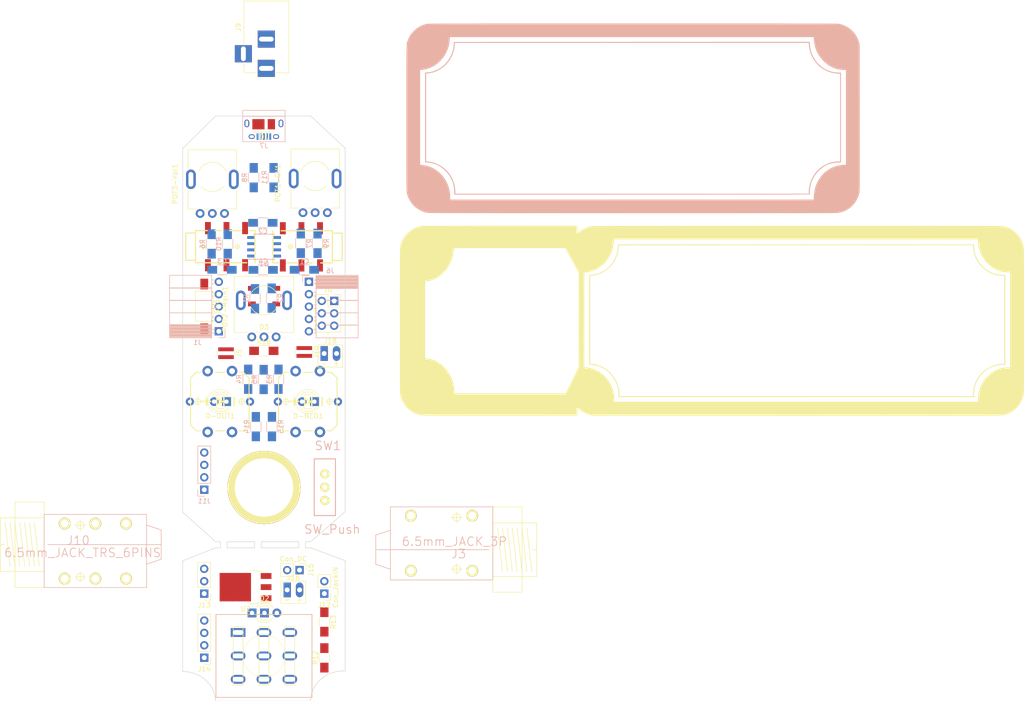
<source format=kicad_pcb>
(kicad_pcb (version 20221018) (generator pcbnew)
  (layers (0 "F.Cu" signal) (31 "B.Cu" signal) (34 "B.Paste" user) (35 "F.Paste" user) (36 "B.SilkS" user "B.Silkscreen") (37 "F.SilkS" user "F.Silkscreen") (38 "B.Mask" user) (39 "F.Mask" user) (44 "Edge.Cuts" user))
  (net 0 "")
  (net 1 "VCC")
  (net 2 "GND")
  (net 3 "CV_OUT")
  (net 4 "CV_IN")
  (net 5 "Sound_OUT")
  (net 6 "Sync_OUT")
  (net 7 "Net-(J5-Pad1)")
  (net 8 "Net-(D1-Pad1)")
  (net 9 "Net-(SW5-Pad3)")
  (net 10 "Net-(D-NEO1-Pad2)")
  (net 11 "Net-(D-OUT1-Pad2)")
  (net 12 "Net-(R12-Pad1)")
  (net 13 "Net-(R13-Pad1)")
  (net 14 "PB3")
  (net 15 "Sound_IN")
  (net 16 "PB0")
  (net 17 "AudioProg")
  (net 18 "But-L")
  (net 19 "But-R")
  (net 20 "PB4/A2")
  (net 21 "PB2/A1")
  (net 22 "PB1")
  (net 23 "Jack_IN")
  (net 24 "Stomp_to_PCB")
  (net 25 "Stomp_from_PCB")
  (net 26 "DC_in")
  (net 27 "Jack_OUT")
  (net 28 "Jack_Ring")
  (net 29 "+3V3")
  (net 30 "Net-(D3-Pad4)")
  (net 31 "Net-(POT1-CV1-Pad2)")
  (net 32 "Net-(POT2-Main1-Pad2)")
  (net 33 "Net-(POT2-Main1-Pad1)")
  (net 34 "Net-(D2-Pad2)")
  (footprint "8BitMixtapes_all:AUDIO-JACK-TRS-SMD" (layer "F.Cu") (at 86.233 65.532 180)
    (fp_text reference "J2")
    (fp_text value "JACK_TRS_6PINS")
    (pad "1" smd rect (at 2.54 -3.81 180) (size 1.19888 2.49936) (layers "F.Cu" "F.Paste" "F.Mask") (net 2 "GND"))
    (pad "2" smd rect (at 10.16 -3.81 180) (size 1.19888 2.49936) (layers "F.Cu" "F.Paste" "F.Mask") (net 4 "CV_IN"))
    (pad "3" smd rect (at 6.35 -3.81 180) (size 1.19888 2.49936) (layers "F.Cu" "F.Paste" "F.Mask") (net 17 "AudioProg"))
    (pad "R" smd rect (at 6.35 3.81 180) (size 1.19888 2.49936) (layers "F.Cu" "F.Paste" "F.Mask"))
    (pad "S" smd rect (at 2.54 3.81 180) (size 1.19888 2.49936) (layers "F.Cu" "F.Paste" "F.Mask"))
    (pad "T" smd rect (at 10.16 3.81 180) (size 1.19888 2.49936) (layers "F.Cu" "F.Paste" "F.Mask"))
  )
  (footprint "8BitMixtapes_all:AUDIO-JACK-TRS-SMD" (layer "F.Cu") (at 58.166 65.4987)
    (fp_text reference "J4")
    (fp_text value "JACK_TRS_6PINS")
    (pad "1" smd rect (at 2.54 -3.81) (size 1.19888 2.49936) (layers "F.Cu" "F.Paste" "F.Mask") (net 2 "GND"))
    (pad "2" smd rect (at 10.16 -3.81) (size 1.19888 2.49936) (layers "F.Cu" "F.Paste" "F.Mask") (net 5 "Sound_OUT"))
    (pad "3" smd rect (at 6.35 -3.81) (size 1.19888 2.49936) (layers "F.Cu" "F.Paste" "F.Mask") (net 6 "Sync_OUT"))
    (pad "R" smd rect (at 6.35 3.81) (size 1.19888 2.49936) (layers "F.Cu" "F.Paste" "F.Mask"))
    (pad "S" smd rect (at 2.54 3.81) (size 1.19888 2.49936) (layers "F.Cu" "F.Paste" "F.Mask"))
    (pad "T" smd rect (at 10.16 3.81) (size 1.19888 2.49936) (layers "F.Cu" "F.Paste" "F.Mask"))
  )
  (footprint "8BitMixtape_Stomp:CaseDim" (layer "F.Cu") (at 101.346 58.674)
    (fp_text reference "J20" hide)
    (fp_text value "BoardDimension" hide)
  )
  (footprint "8BitMixtape_Stomp:StompCase_Full" (layer "F.Cu") (at 164.338 35.814)
    (fp_text reference "J21" hide)
    (fp_text value "FullDimension" hide)
  )
  (footprint "Resistors_SMD:R_1206_HandSoldering" (layer "F.Cu") (at 84.582 149.828 90)
    (fp_text reference "R12" (at 0 -1.85 90) (layer "F.SilkS"))
    (fp_text value "4.7K")
    (pad "1" smd rect (at -2 0 90) (size 2 1.7) (layers "F.Cu" "F.Paste" "F.Mask") (net 12 "Net-(R12-Pad1)"))
    (pad "2" smd rect (at 2 0 90) (size 2 1.7) (layers "F.Cu" "F.Paste" "F.Mask") (net 2 "GND"))
  )
  (footprint "Resistors_SMD:R_1206_HandSoldering" (layer "F.Cu") (at 84.582 142.462 -90)
    (fp_text reference "R13" (at 0 -1.85 270) (layer "F.SilkS"))
    (fp_text value "330")
    (pad "1" smd rect (at -2 0 270) (size 2 1.7) (layers "F.Cu" "F.Paste" "F.Mask") (net 13 "Net-(R13-Pad1)"))
    (pad "2" smd rect (at 2 0 270) (size 2 1.7) (layers "F.Cu" "F.Paste" "F.Mask") (net 2 "GND"))
  )
  (footprint "8BitMixtapes_all:STOMP-SWITCH-3PDT" (layer "F.Cu") (at 72.19696 149.4282)
    (fp_text reference "SW5")
    (fp_text value "SW_3PDT")
    (pad "1" thru_hole rect (at -5.29844 -4.79806 90) (size 1.8 3) (drill oval 1 2.2) (layers "*.Cu" "*.Mask") (net 24 "Stomp_to_PCB"))
    (pad "2" thru_hole oval (at -5.29844 0 90) (size 1.8 3) (drill oval 1 2.2) (layers "*.Cu" "*.Mask") (net 23 "Jack_IN"))
    (pad "3" thru_hole oval (at -5.29844 4.79806 90) (size 1.8 3) (drill oval 1 2.2) (layers "*.Cu" "*.Mask") (net 9 "Net-(SW5-Pad3)"))
    (pad "4" thru_hole oval (at 0 -4.79806 90) (size 1.8 3) (drill oval 1 2.2) (layers "*.Cu" "*.Mask") (net 13 "Net-(R13-Pad1)"))
    (pad "5" thru_hole oval (at 0 0 90) (size 1.8 3) (drill oval 1 2.2) (layers "*.Cu" "*.Mask") (net 34 "Net-(D2-Pad2)"))
    (pad "6" thru_hole oval (at 0 4.79806 90) (size 1.8 3) (drill oval 1 2.2) (layers "*.Cu" "*.Mask") (net 12 "Net-(R12-Pad1)"))
    (pad "7" thru_hole oval (at 5.29844 -4.79806 90) (size 1.8 3) (drill oval 1 2.2) (layers "*.Cu" "*.Mask") (net 25 "Stomp_from_PCB"))
    (pad "8" thru_hole oval (at 5.29844 0 90) (size 1.8 3) (drill oval 1 2.2) (layers "*.Cu" "*.Mask") (net 27 "Jack_OUT"))
    (pad "9" thru_hole oval (at 5.29844 4.79806 90) (size 1.8 3) (drill oval 1 2.2) (layers "*.Cu" "*.Mask") (net 9 "Net-(SW5-Pad3)"))
  )
  (footprint "TO_SOT_Packages_SMD:TO-252-3_TabPin2" (layer "F.Cu") (at 68.4335 135.3175 180)
    (fp_text reference "U2" (at 0 -4.5 180) (layer "F.SilkS"))
    (fp_text value "7805")
    (pad "1" smd rect (at -4.2 -2.28 180) (size 2.2 1.2) (layers "F.Cu" "F.Paste" "F.Mask"))
    (pad "2" smd rect (at -4.2 0 180) (size 2.2 1.2) (layers "F.Cu" "F.Paste" "F.Mask"))
    (pad "2" smd rect (at 0.425 -1.525 180) (size 3.05 2.75) (layers "F.Cu" "F.Paste"))
    (pad "2" smd rect (at 0.425 1.525 180) (size 3.05 2.75) (layers "F.Cu" "F.Paste"))
    (pad "2" smd rect (at 2.1 0 180) (size 6.4 5.8) (layers "F.Cu" "F.Mask"))
    (pad "2" smd rect (at 3.775 -1.525 180) (size 3.05 2.75) (layers "F.Cu" "F.Paste"))
    (pad "2" smd rect (at 3.775 1.525 180) (size 3.05 2.75) (layers "F.Cu" "F.Paste"))
    (pad "3" smd rect (at -4.2 2.28 180) (size 2.2 1.2) (layers "F.Cu" "F.Paste" "F.Mask"))
  )
  (footprint "8BitMixtape_Stomp:Socket_Strip_Straight_1x04_Pitch2.54mm" (layer "F.Cu") (at 59.9567 149.7965 180)
    (fp_text reference "J14" (at 0 -2.33 180) (layer "F.SilkS"))
    (fp_text value "CONN_01X04")
    (pad "1" thru_hole rect (at 0 0 180) (size 1.7 1.7) (drill 1) (layers "*.Cu" "*.Mask") (net 2 "GND"))
    (pad "2" thru_hole oval (at 0 2.54 180) (size 1.7 1.7) (drill 1) (layers "*.Cu" "*.Mask"))
    (pad "3" thru_hole oval (at 0 5.08 180) (size 1.7 1.7) (drill 1) (layers "*.Cu" "*.Mask") (net 24 "Stomp_to_PCB"))
    (pad "4" thru_hole oval (at 0 7.62 180) (size 1.7 1.7) (drill 1) (layers "*.Cu" "*.Mask") (net 25 "Stomp_from_PCB"))
  )
  (footprint "LEDs:LED_PLCC_2835_Handsoldering" (layer "F.Cu") (at 72.39 40.39)
    (fp_text reference "D1" (at -0.18 2.6) (layer "F.SilkS"))
    (fp_text value "LED")
    (pad "1" smd rect (at -1.33 0 180) (size 2.5 2.1) (layers "F.Cu" "F.Paste" "F.Mask") (net 8 "Net-(D1-Pad1)"))
    (pad "2" smd rect (at 1.33 0 180) (size 1.5 2.1) (layers "F.Cu" "F.Paste" "F.Mask") (net 1 "VCC"))
  )
  (footprint "8BitMixtapes_all:Mixtape_Pot_Alps_RK09K_Horizontal" (layer "F.Cu") (at 85.2 58.53 90)
    (fp_text reference "POT1-CV1" (at 6.05 -10.15 90) (layer "F.SilkS"))
    (fp_text value "POT 10K lin")
    (pad "" np_thru_hole oval (at 7 -6.9 90) (size 4 2) (drill oval 3 1) (layers "*.Cu" "*.Mask"))
    (pad "" np_thru_hole oval (at 7 1.9 90) (size 4 2) (drill oval 3 1) (layers "*.Cu" "*.Mask"))
    (pad "1" thru_hole circle (at 0 0 90) (size 1.8 1.8) (drill 1) (layers "*.Cu" "*.Mask") (net 15 "Sound_IN"))
    (pad "2" thru_hole circle (at 0 -2.5 90) (size 1.8 1.8) (drill 1) (layers "*.Cu" "*.Mask") (net 31 "Net-(POT1-CV1-Pad2)"))
    (pad "3" thru_hole circle (at 0 -5 90) (size 1.8 1.8) (drill 1) (layers "*.Cu" "*.Mask") (net 2 "GND"))
  )
  (footprint "8BitMixtape_Stomp:Mixtape_Pot_Alps_RK09L_Sleve_Single_Horizontal" (layer "F.Cu") (at 74.7 84.01 90)
    (fp_text reference "POT2-Main1" (at 5.725 -10.5 90) (layer "F.SilkS"))
    (fp_text value "POT 10K lin Sleeve")
    (pad "" np_thru_hole oval (at 7.5 -7.25 90) (size 4 2) (drill oval 3 1) (layers "*.Cu" "*.Mask"))
    (pad "" np_thru_hole oval (at 7.5 2.25 90) (size 4 2) (drill oval 3 1) (layers "*.Cu" "*.Mask"))
    (pad "1" thru_hole circle (at 0 0 90) (size 1.8 1.8) (drill 1) (layers "*.Cu" "*.Mask") (net 33 "Net-(POT2-Main1-Pad1)"))
    (pad "2" thru_hole circle (at 0 -2.5 90) (size 1.8 1.8) (drill 1) (layers "*.Cu" "*.Mask") (net 32 "Net-(POT2-Main1-Pad2)"))
    (pad "3" thru_hole circle (at 0 -5 90) (size 1.8 1.8) (drill 1) (layers "*.Cu" "*.Mask") (net 2 "GND"))
  )
  (footprint "8BitMixtapes_all:Mixtape_Pot_Alps_RK09K_Horizontal" (layer "F.Cu") (at 64.11 58.69 90)
    (fp_text reference "POT3-Vol1" (at 6.05 -10.15 90) (layer "F.SilkS"))
    (fp_text value "POT 10k")
    (pad "" np_thru_hole oval (at 7 -6.9 90) (size 4 2) (drill oval 3 1) (layers "*.Cu" "*.Mask"))
    (pad "" np_thru_hole oval (at 7 1.9 90) (size 4 2) (drill oval 3 1) (layers "*.Cu" "*.Mask"))
    (pad "1" thru_hole circle (at 0 0 90) (size 1.8 1.8) (drill 1) (layers "*.Cu" "*.Mask") (net 3 "CV_OUT"))
    (pad "2" thru_hole circle (at 0 -2.5 90) (size 1.8 1.8) (drill 1) (layers "*.Cu" "*.Mask") (net 5 "Sound_OUT"))
    (pad "3" thru_hole circle (at 0 -5 90) (size 1.8 1.8) (drill 1) (layers "*.Cu" "*.Mask") (net 2 "GND"))
  )
  (footprint "8BitMixtape_Stomp:Stomp_LED-Ring_DUAL" (layer "F.Cu") (at 69.76 140.61)
    (fp_text reference "D2" (at 2.54 -2.96) (layer "F.SilkS"))
    (fp_text value "LED_Dual_CCA")
    (pad "1" thru_hole rect (at 0 0) (size 1.8 1.8) (drill 0.9) (layers "*.Cu" "*.Mask") (net 22 "PB1"))
    (pad "2" thru_hole rect (at 2.54 0) (size 1.8 1.8) (drill 0.9) (layers "*.Cu" "*.Mask") (net 34 "Net-(D2-Pad2)"))
    (pad "3" thru_hole circle (at 5.08 0) (size 1.8 1.8) (drill 0.9) (layers "*.Cu" "*.Mask") (net 1 "VCC"))
  )
  (footprint "8BitMixtape_Stomp:StompLoch" (layer "F.Cu") (at 72.2122 114.8969)
    (fp_text reference "J17" (at 0 2.54) (layer "F.SilkS"))
    (fp_text value "StompDrillHole")
    (pad "1" thru_hole circle (at 0 0) (size 15 15) (drill 12) (layers "*.Cu" "*.Mask" "F.SilkS"))
  )
  (footprint "8BitMixtape_Stomp:Socket_Strip_Straight_2x03_Pitch2.54mm" (layer "F.Cu") (at 86.6013 76.6318)
    (fp_text reference "J8" (at -1.27 -2.33) (layer "F.SilkS"))
    (fp_text value "CONN_02X03")
    (pad "1" thru_hole rect (at 0 0) (size 1.7 1.7) (drill 1) (layers "*.Cu" "*.Mask"))
    (pad "2" thru_hole oval (at -2.54 0) (size 1.7 1.7) (drill 1) (layers "*.Cu" "*.Mask"))
    (pad "3" thru_hole oval (at 0 2.54) (size 1.7 1.7) (drill 1) (layers "*.Cu" "*.Mask"))
    (pad "4" thru_hole oval (at -2.54 2.54) (size 1.7 1.7) (drill 1) (layers "*.Cu" "*.Mask"))
    (pad "5" thru_hole oval (at 0 5.08) (size 1.7 1.7) (drill 1) (layers "*.Cu" "*.Mask"))
    (pad "6" thru_hole oval (at -2.54 5.08) (size 1.7 1.7) (drill 1) (layers "*.Cu" "*.Mask"))
  )
  (footprint "8BitMixtape_Stomp:Socket_Strip_Straight_1x02_Pitch2.54mm" (layer "F.Cu") (at 84.582 136.652 180)
    (fp_text reference "J12" (at 0 -2.33 180) (layer "F.SilkS"))
    (fp_text value "Con_JackIN" (at -2.286 1.27 270) (layer "F.SilkS"))
    (pad "1" thru_hole rect (at 0 0 180) (size 1.7 1.7) (drill 1) (layers "*.Cu" "*.Mask") (net 2 "GND"))
    (pad "2" thru_hole oval (at 0 2.54 180) (size 1.7 1.7) (drill 1) (layers "*.Cu" "*.Mask") (net 23 "Jack_IN"))
  )
  (footprint "8BitMixtape_Stomp:Socket_Strip_Straight_1x02_Pitch2.54mm" (layer "F.Cu") (at 79.502 131.826 -90)
    (fp_text reference "J15" (at 0 -2.33 270) (layer "F.SilkS"))
    (fp_text value "Con_DC" (at -2.286 1.27) (layer "F.SilkS"))
    (pad "1" thru_hole rect (at 0 0 270) (size 1.7 1.7) (drill 1) (layers "*.Cu" "*.Mask") (net 2 "GND"))
    (pad "2" thru_hole oval (at 0 2.54 270) (size 1.7 1.7) (drill 1) (layers "*.Cu" "*.Mask") (net 26 "DC_in"))
  )
  (footprint "8BitMixtape_Stomp:AUDIO-6.5mm-JACK_Stereo_switched" (layer "F.Cu") (at 27.1272 126.6317)
    (fp_text reference "J10" (at 6.985 -0.889) (layer "B.SilkS") (effects (font (size 1.778 1.778) (thickness 0.1524))))
    (fp_text value "6.5mm_JACK_TRS_6PINS" (at 7.874 1.651) (layer "B.SilkS") (effects (font (size 1.778 1.778) (thickness 0.1524))))
    (pad "1" thru_hole circle (at 4.19862 -4.34848) (size 2.39776 2.39776) (drill 1.59766) (layers "*.Cu" "F.Paste" "F.SilkS" "F.Mask") (net 2 "GND"))
    (pad "2" thru_hole circle (at 16.79956 -4.34848) (size 2.39776 2.39776) (drill 1.59766) (layers "*.Cu" "F.Paste" "F.SilkS" "F.Mask") (net 27 "Jack_OUT"))
    (pad "3" thru_hole circle (at 10.49782 -4.34848) (size 2.39776 2.39776) (drill 1.59766) (layers "*.Cu" "F.Paste" "F.SilkS" "F.Mask") (net 28 "Jack_Ring"))
    (pad "4" thru_hole circle (at 4.19862 6.94944) (size 2.39776 2.39776) (drill 1.59766) (layers "*.Cu" "F.Paste" "F.SilkS" "F.Mask"))
    (pad "5" thru_hole circle (at 16.79956 6.94944) (size 2.39776 2.39776) (drill 1.59766) (layers "*.Cu" "F.Paste" "F.SilkS" "F.Mask"))
    (pad "6" thru_hole circle (at 10.49782 6.94944) (size 2.39776 2.39776) (drill 1.59766) (layers "*.Cu" "F.Paste" "F.SilkS" "F.Mask"))
  )
  (footprint "8BitMixtape_Stomp:AUDIO-6.5mm-JACK_Mono_switched" (layer "F.Cu") (at 119.126 127.6223 180)
    (fp_text reference "J3" (at 6.985 -0.889 180) (layer "B.SilkS") (effects (font (size 1.778 1.778) (thickness 0.1524))))
    (fp_text value "6.5mm_JACK_3P" (at 7.874 1.651 180) (layer "B.SilkS") (effects (font (size 1.778 1.778) (thickness 0.1524))))
    (pad "1" thru_hole circle (at 16.79956 -4.34848 180) (size 2.39776 2.39776) (drill 1.59766) (layers "*.Cu" "F.Paste" "F.SilkS" "F.Mask") (net 23 "Jack_IN"))
    (pad "2" thru_hole circle (at 16.79956 6.94944 180) (size 2.39776 2.39776) (drill 1.59766) (layers "*.Cu" "F.Paste" "F.SilkS" "F.Mask"))
    (pad "3" thru_hole circle (at 4.19862 -4.34848 180) (size 2.39776 2.39776) (drill 1.59766) (layers "*.Cu" "F.Paste" "F.SilkS" "F.Mask") (net 2 "GND"))
    (pad "4" thru_hole circle (at 4.19862 6.94944 180) (size 2.39776 2.39776) (drill 1.59766) (layers "*.Cu" "F.Paste" "F.SilkS" "F.Mask"))
  )
  (footprint "8BitMixtape_Stomp:9V_BARREL_JACK" (layer "F.Cu") (at 72.6821 28.9362 -90)
    (fp_text reference "J9" (at -8.45 5.75 90) (layer "F.SilkS"))
    (fp_text value "BARREL_JACK")
    (pad "1" thru_hole rect (at 0 0 270) (size 3.5 3.5) (drill oval 1 3) (layers "*.Cu" "*.Mask") (net 26 "DC_in"))
    (pad "2" thru_hole rect (at -6 0 270) (size 3.5 3.5) (drill oval 1 3) (layers "*.Cu" "*.Mask") (net 2 "GND"))
    (pad "3" thru_hole rect (at -3 4.7 270) (size 3.5 3.5) (drill oval 3 1) (layers "*.Cu" "*.Mask"))
  )
  (footprint "Socket_Strips:Socket_Strip_Straight_1x03_Pitch2.54mm" (layer "F.Cu") (at 59.944 136.652 180)
    (fp_text reference "J13" (at 0 -2.33 180) (layer "F.SilkS"))
    (fp_text value "Con_JackOUT")
    (pad "1" thru_hole rect (at 0 0 180) (size 1.7 1.7) (drill 1) (layers "*.Cu" "*.Mask") (net 2 "GND"))
    (pad "2" thru_hole oval (at 0 2.54 180) (size 1.7 1.7) (drill 1) (layers "*.Cu" "*.Mask") (net 27 "Jack_OUT"))
    (pad "3" thru_hole oval (at 0 5.08 180) (size 1.7 1.7) (drill 1) (layers "*.Cu" "*.Mask") (net 28 "Jack_Ring"))
  )
  (footprint "8BitMixtape_Stomp:Bat_connector" (layer "F.Cu") (at 76.962 135.89)
    (fp_text reference "J16" (at 1.27 -2.54) (layer "F.SilkS"))
    (fp_text value "Con_BAT")
    (fp_text user "+" (at 2.54 2.032) (layer "F.SilkS"))
    (fp_text user "-" (at 0 2.032) (layer "F.SilkS"))
    (pad "1" thru_hole rect (at 0 0) (size 1.51 3.01) (drill 1) (layers "*.Cu" "*.Mask") (net 28 "Jack_Ring"))
    (pad "2" thru_hole oval (at 2.54 0) (size 1.51 3.01) (drill 1) (layers "*.Cu" "*.Mask") (net 26 "DC_in"))
  )
  (footprint "8BitMixtape_Stomp:Bat_connector" (layer "F.Cu") (at 84.5439 87.4141)
    (fp_text reference "J18" (at 1.27 -2.54) (layer "F.SilkS"))
    (fp_text value "Con_3-5V")
    (fp_text user "-" (at 0 2.032) (layer "F.SilkS"))
    (fp_text user "+" (at 2.54 2.032) (layer "F.SilkS"))
    (pad "1" thru_hole rect (at 0 0) (size 1.51 3.01) (drill 1) (layers "*.Cu" "*.Mask") (net 2 "GND"))
    (pad "2" thru_hole oval (at 2.54 0) (size 1.51 3.01) (drill 1) (layers "*.Cu" "*.Mask") (net 29 "+3V3"))
  )
  (footprint "Resistors_SMD:R_0612" (layer "F.Cu") (at 80.4672 87.0965 -90)
    (fp_text reference "J19" (at 0 -2.7 270) (layer "F.SilkS"))
    (fp_text value "CONN_01X02_MALE")
    (pad "1" smd rect (at -0.8 0 270) (size 0.8 3.2) (layers "F.Cu" "F.Paste" "F.Mask") (net 1 "VCC"))
    (pad "2" smd rect (at 0.8 0 270) (size 0.8 3.2) (layers "F.Cu" "F.Paste" "F.Mask") (net 29 "+3V3"))
  )
  (footprint "SparkFun-Electromechanical:SWITCH-SPDT_KIT" (layer "F.Cu") (at 84.6836 114.8334)
    (fp_text reference "SW1" (at 0.635 -8.509) (layer "B.SilkS") (effects (font (size 1.778 1.778) (thickness 0.1778))))
    (fp_text value "SW_Push" (at 1.524 8.636) (layer "B.SilkS") (effects (font (size 1.778 1.778) (thickness 0.1778))))
    (pad "1" thru_hole circle (at 0 -2.7178) (size 1.8796 1.8796) (drill 1.016) (layers "*.Cu" "F.Paste" "F.SilkS" "F.Mask") (net 29 "+3V3"))
    (pad "2" thru_hole circle (at 0 0) (size 1.8796 1.8796) (drill 1.016) (layers "*.Cu" "F.Paste" "F.SilkS" "F.Mask") (net 1 "VCC"))
    (pad "3" thru_hole circle (at 0 2.7178) (size 1.8796 1.8796) (drill 1.016) (layers "*.Cu" "F.Paste" "F.SilkS" "F.Mask"))
  )
  (footprint "Buttons_Switches_SMD:SW_SPST_FSMSM" (layer "F.Cu") (at 59.9567 77.7494 -90)
    (fp_text reference "SW6" (at 0 -2.6 270) (layer "F.SilkS"))
    (fp_text value "SW_Push")
    (pad "1" smd rect (at -4.59 0 270) (size 2.18 1.6) (layers "F.Cu" "F.Paste" "F.Mask") (net 7 "Net-(J5-Pad1)"))
    (pad "2" smd rect (at 4.59 0 270) (size 2.18 1.6) (layers "F.Cu" "F.Paste" "F.Mask") (net 2 "GND"))
  )
  (footprint "LEDs:LED_D3.0mm" (layer "F.Cu") (at 82.55 97.282 180)
    (fp_text reference "D-NEO1" (at 1.27 -2.96 180) (layer "F.SilkS"))
    (fp_text value "LED")
    (pad "1" thru_hole rect (at 0 0 180) (size 1.8 1.8) (drill 0.9) (layers "*.Cu" "*.Mask") (net 2 "GND"))
    (pad "2" thru_hole circle (at 2.54 0 180) (size 1.8 1.8) (drill 0.9) (layers "*.Cu" "*.Mask") (net 10 "Net-(D-NEO1-Pad2)"))
  )
  (footprint "LEDs:LED_D3.0mm" (layer "F.Cu") (at 64.516 97.282 180)
    (fp_text reference "D-OUT1" (at 1.27 -2.96 180) (layer "F.SilkS"))
    (fp_text value "LED")
    (pad "1" thru_hole rect (at 0 0 180) (size 1.8 1.8) (drill 0.9) (layers "*.Cu" "*.Mask") (net 2 "GND"))
    (pad "2" thru_hole circle (at 2.54 0 180) (size 1.8 1.8) (drill 0.9) (layers "*.Cu" "*.Mask") (net 11 "Net-(D-OUT1-Pad2)"))
  )
  (footprint "Resistors_SMD:R_0612" (layer "F.Cu") (at 64.4144 87.3507 -90)
    (fp_text reference "J5" (at 0 -2.7 270) (layer "F.SilkS"))
    (fp_text value "CONN_01X02_MALE")
    (pad "1" smd rect (at -0.8 0 270) (size 0.8 3.2) (layers "F.Cu" "F.Paste" "F.Mask") (net 7 "Net-(J5-Pad1)"))
    (pad "2" smd rect (at 0.8 0 270) (size 0.8 3.2) (layers "F.Cu" "F.Paste" "F.Mask") (net 6 "Sync_OUT"))
  )
  (footprint "8BitMixtapes_all:TACTILE-PTH-LED-12MM" (layer "F.Cu") (at 81.18348 97.26676 90)
    (fp_text reference "SW2")
    (fp_text value "SW_Push")
    (fp_text user "-" (at -0.00762 2.79908 90) (layer "F.SilkS") (effects (font (size 2.18186 2.18186) (thickness 0.3302))))
    (fp_text user "-" (at 0.04318 0.66548 90) (layer "F.SilkS") (effects (font (size 2.18186 2.18186) (thickness 0.3302))))
    (fp_text user "+" (at 0.04318 -2.87782 90) (layer "F.SilkS") (effects (font (size 2.18186 2.18186) (thickness 0.3302))))
    (pad "1" thru_hole circle (at -6.2484 -2.49936 90) (size 2.159 2.159) (drill 1.19888) (layers "*.Cu" "*.Mask") (net 18 "But-L"))
    (pad "1" thru_hole circle (at 6.2484 -2.49936 90) (size 2.159 2.159) (drill 1.19888) (layers "*.Cu" "*.Mask") (net 18 "But-L"))
    (pad "2" thru_hole circle (at -6.2484 2.49936 90) (size 2.159 2.159) (drill 1.19888) (layers "*.Cu" "*.Mask") (net 2 "GND"))
    (pad "2" thru_hole circle (at 6.2484 2.49936 90) (size 2.159 2.159) (drill 1.19888) (layers "*.Cu" "*.Mask") (net 2 "GND"))
    (pad "A" thru_hole circle (at -0.01524 -6.13918 90) (size 1.6764 1.6764) (drill 0.79756) (layers "*.Cu" "*.Mask"))
    (pad "C" thru_hole circle (at -0.01524 6.19252 90) (size 1.6764 1.6764) (drill 0.79756) (layers "*.Cu" "*.Mask"))
  )
  (footprint "8BitMixtapes_all:TACTILE-PTH-LED-12MM" (layer "F.Cu") (at 63.14948 97.26676 90)
    (fp_text reference "SW3")
    (fp_text value "SW_Push")
    (fp_text user "+" (at 0.04318 -2.87782 90) (layer "F.SilkS") (effects (font (size 2.18186 2.18186) (thickness 0.3302))))
    (fp_text user "-" (at 0.04318 0.66548 90) (layer "F.SilkS") (effects (font (size 2.18186 2.18186) (thickness 0.3302))))
    (fp_text user "-" (at -0.00762 2.79908 90) (layer "F.SilkS") (effects (font (size 2.18186 2.18186) (thickness 0.3302))))
    (pad "1" thru_hole circle (at -6.2484 -2.49936 90) (size 2.159 2.159) (drill 1.19888) (layers "*.Cu" "*.Mask") (net 19 "But-R"))
    (pad "1" thru_hole circle (at 6.2484 -2.49936 90) (size 2.159 2.159) (drill 1.19888) (layers "*.Cu" "*.Mask") (net 19 "But-R"))
    (pad "2" thru_hole circle (at -6.2484 2.49936 90) (size 2.159 2.159) (drill 1.19888) (layers "*.Cu" "*.Mask") (net 2 "GND"))
    (pad "2" thru_hole circle (at 6.2484 2.49936 90) (size 2.159 2.159) (drill 1.19888) (layers "*.Cu" "*.Mask") (net 2 "GND"))
    (pad "A" thru_hole circle (at -0.01524 -6.13918 90) (size 1.6764 1.6764) (drill 0.79756) (layers "*.Cu" "*.Mask"))
    (pad "C" thru_hole circle (at -0.01524 6.19252 90) (size 1.6764 1.6764) (drill 0.79756) (layers "*.Cu" "*.Mask"))
  )
  (footprint "8BitMixtapes_all:Mixtape_NEO_WS2812B" (layer "F.Cu") (at 72.223 75.641)
    (fp_text reference "D3" (at 0 6.35) (layer "F.SilkS"))
    (fp_text value "LED_NEO")
    (pad "1" smd rect (at -2.5 -1.6) (size 1.6 1) (layers "F.Cu" "F.Paste" "F.Mask") (net 1 "VCC"))
    (pad "2" smd rect (at -2.5 1.6) (size 1.6 1) (layers "F.Cu" "F.Paste" "F.Mask"))
    (pad "3" smd rect (at 2.5 1.6) (size 1.6 1) (layers "F.Cu" "F.Paste" "F.Mask") (net 2 "GND"))
    (pad "4" smd rect (at 2.5 -1.6) (size 1.6 1) (layers "F.Cu" "F.Paste" "F.Mask") (net 30 "Net-(D3-Pad4)"))
  )
  (footprint "Resistors_SMD:R_1206_HandSoldering" (layer "F.Cu") (at 72.168 86.868)
    (fp_text reference "R16" (at 0 -1.85) (layer "F.SilkS"))
    (fp_text value "330")
    (pad "1" smd rect (at -2 0) (size 2 1.7) (layers "F.Cu" "F.Paste" "F.Mask") (net 30 "Net-(D3-Pad4)"))
    (pad "2" smd rect (at 2 0) (size 2 1.7) (layers "F.Cu" "F.Paste" "F.Mask") (net 16 "PB0"))
  )
  (footprint "Capacitors_SMD:C_1206_HandSoldering" (layer "B.Cu") (at 80.486 70.2437 180)
    (fp_text reference "C1" (at 0 1.75 180) (layer "B.SilkS") (effects (justify mirror)))
    (fp_text value "100nF")
    (pad "1" smd rect (at -2 0 180) (size 2 1.6) (layers "B.Cu" "B.Paste" "B.Mask") (net 17 "AudioProg"))
    (pad "2" smd rect (at 2 0 180) (size 2 1.6) (layers "B.Cu" "B.Paste" "B.Mask") (net 14 "PB3"))
  )
  (footprint "Capacitors_SMD:C_1206_HandSoldering" (layer "B.Cu") (at 71.969 60.6057)
    (fp_text reference "C2" (at 0 1.75) (layer "B.SilkS") (effects (justify mirror)))
    (fp_text value "100nF")
    (pad "1" smd rect (at -2 0) (size 2 1.6) (layers "B.Cu" "B.Paste" "B.Mask") (net 1 "VCC"))
    (pad "2" smd rect (at 2 0) (size 2 1.6) (layers "B.Cu" "B.Paste" "B.Mask") (net 2 "GND"))
  )
  (footprint "Capacitors_SMD:C_1206_HandSoldering" (layer "B.Cu") (at 63.595 70.2437 180)
    (fp_text reference "C3" (at 0 1.75 180) (layer "B.SilkS") (effects (justify mirror)))
    (fp_text value "100nF")
    (pad "1" smd rect (at -2 0 180) (size 2 1.6) (layers "B.Cu" "B.Paste" "B.Mask") (net 3 "CV_OUT"))
    (pad "2" smd rect (at 2 0 180) (size 2 1.6) (layers "B.Cu" "B.Paste" "B.Mask") (net 2 "GND"))
  )
  (footprint "Capacitors_SMD:C_1206_HandSoldering" (layer "B.Cu") (at 72.039 70.2557 180)
    (fp_text reference "C4" (at 0 1.75 180) (layer "B.SilkS") (effects (justify mirror)))
    (fp_text value "10uF")
    (pad "1" smd rect (at -2 0 180) (size 2 1.6) (layers "B.Cu" "B.Paste" "B.Mask") (net 1 "VCC"))
    (pad "2" smd rect (at 2 0 180) (size 2 1.6) (layers "B.Cu" "B.Paste" "B.Mask") (net 2 "GND"))
  )
  (footprint "Resistors_SMD:R_1206_HandSoldering" (layer "B.Cu") (at 70.358 76.1807 -90)
    (fp_text reference "R1" (at 0 1.85 270) (layer "B.SilkS") (effects (justify mirror)))
    (fp_text value "22k")
    (pad "1" smd rect (at -2 0 270) (size 2 1.7) (layers "B.Cu" "B.Paste" "B.Mask") (net 1 "VCC"))
    (pad "2" smd rect (at 2 0 270) (size 2 1.7) (layers "B.Cu" "B.Paste" "B.Mask") (net 14 "PB3"))
  )
  (footprint "Resistors_SMD:R_1206_HandSoldering" (layer "B.Cu") (at 73.787 76.0537 90)
    (fp_text reference "R2" (at 0 1.85 90) (layer "B.SilkS") (effects (justify mirror)))
    (fp_text value "22k")
    (pad "1" smd rect (at -2 0 90) (size 2 1.7) (layers "B.Cu" "B.Paste" "B.Mask") (net 14 "PB3"))
    (pad "2" smd rect (at 2 0 90) (size 2 1.7) (layers "B.Cu" "B.Paste" "B.Mask") (net 2 "GND"))
  )
  (footprint "Resistors_SMD:R_1206_HandSoldering" (layer "B.Cu") (at 75.184 92.6907 -90)
    (fp_text reference "R3" (at 0 1.85 270) (layer "B.SilkS") (effects (justify mirror)))
    (fp_text value "22k")
    (pad "1" smd rect (at -2 0 270) (size 2 1.7) (layers "B.Cu" "B.Paste" "B.Mask") (net 14 "PB3"))
    (pad "2" smd rect (at 2 0 270) (size 2 1.7) (layers "B.Cu" "B.Paste" "B.Mask") (net 18 "But-L"))
  )
  (footprint "Resistors_SMD:R_1206_HandSoldering" (layer "B.Cu") (at 68.961 92.6907 -90)
    (fp_text reference "R4" (at 0 1.85 270) (layer "B.SilkS") (effects (justify mirror)))
    (fp_text value "22k")
    (pad "1" smd rect (at -2 0 270) (size 2 1.7) (layers "B.Cu" "B.Paste" "B.Mask") (net 14 "PB3"))
    (pad "2" smd rect (at 2 0 270) (size 2 1.7) (layers "B.Cu" "B.Paste" "B.Mask") (net 19 "But-R"))
  )
  (footprint "Resistors_SMD:R_1206_HandSoldering" (layer "B.Cu") (at 72.136 92.742 -90)
    (fp_text reference "R5" (at 0 1.85 270) (layer "B.SilkS") (effects (justify mirror)))
    (fp_text value "22k")
    (pad "1" smd rect (at -2 0 270) (size 2 1.7) (layers "B.Cu" "B.Paste" "B.Mask") (net 14 "PB3"))
    (pad "2" smd rect (at 2 0 270) (size 2 1.7) (layers "B.Cu" "B.Paste" "B.Mask") (net 19 "But-R"))
  )
  (footprint "Resistors_SMD:R_1206_HandSoldering" (layer "B.Cu") (at 61.468 64.9417 -90)
    (fp_text reference "R6" (at 0 1.85 270) (layer "B.SilkS") (effects (justify mirror)))
    (fp_text value "22K")
    (pad "1" smd rect (at -2 0 270) (size 2 1.7) (layers "B.Cu" "B.Paste" "B.Mask") (net 20 "PB4/A2"))
    (pad "2" smd rect (at 2 0 270) (size 2 1.7) (layers "B.Cu" "B.Paste" "B.Mask") (net 32 "Net-(POT2-Main1-Pad2)"))
  )
  (footprint "Resistors_SMD:R_1206_HandSoldering" (layer "B.Cu") (at 79.756 64.8147 90)
    (fp_text reference "R7" (at 0 1.85 90) (layer "B.SilkS") (effects (justify mirror)))
    (fp_text value "22K")
    (pad "1" smd rect (at -2 0 90) (size 2 1.7) (layers "B.Cu" "B.Paste" "B.Mask") (net 21 "PB2/A1"))
    (pad "2" smd rect (at 2 0 90) (size 2 1.7) (layers "B.Cu" "B.Paste" "B.Mask") (net 31 "Net-(POT1-CV1-Pad2)"))
  )
  (footprint "Resistors_SMD:R_1206_HandSoldering" (layer "B.Cu") (at 70.104 51.34 -90)
    (fp_text reference "R8" (at 0 1.85 270) (layer "B.SilkS") (effects (justify mirror)))
    (fp_text value "330")
    (pad "1" smd rect (at -2 0 270) (size 2 1.7) (layers "B.Cu" "B.Paste" "B.Mask") (net 3 "CV_OUT"))
    (pad "2" smd rect (at 2 0 270) (size 2 1.7) (layers "B.Cu" "B.Paste" "B.Mask") (net 22 "PB1"))
  )
  (footprint "Resistors_SMD:R_1206_HandSoldering" (layer "B.Cu") (at 83.185 64.8147 90)
    (fp_text reference "R9" (at 0 1.85 90) (layer "B.SilkS") (effects (justify mirror)))
    (fp_text value "4.7K")
    (pad "1" smd rect (at -2 0 90) (size 2 1.7) (layers "B.Cu" "B.Paste" "B.Mask") (net 1 "VCC"))
    (pad "2" smd rect (at 2 0 90) (size 2 1.7) (layers "B.Cu" "B.Paste" "B.Mask") (net 15 "Sound_IN"))
  )
  (footprint "Resistors_SMD:R_1206_HandSoldering" (layer "B.Cu") (at 64.77 64.9417 -90)
    (fp_text reference "R10" (at 0 1.85 270) (layer "B.SilkS") (effects (justify mirror)))
    (fp_text value "4.7K")
    (pad "1" smd rect (at -2 0 270) (size 2 1.7) (layers "B.Cu" "B.Paste" "B.Mask") (net 1 "VCC"))
    (pad "2" smd rect (at 2 0 270) (size 2 1.7) (layers "B.Cu" "B.Paste" "B.Mask") (net 33 "Net-(POT2-Main1-Pad1)"))
  )
  (footprint "Housings_SOIC:SOIC-8_3.9x4.9mm_Pitch1.27mm" (layer "B.Cu") (at 72.23 65.5207)
    (fp_text reference "U1" (at 0 3.5) (layer "B.SilkS") (effects (justify mirror)))
    (fp_text value "ATTINY85-20SU")
    (pad "1" smd rect (at -2.7 1.905) (size 1.55 0.6) (layers "B.Cu" "B.Paste" "B.Mask") (net 7 "Net-(J5-Pad1)"))
    (pad "2" smd rect (at -2.7 0.635) (size 1.55 0.6) (layers "B.Cu" "B.Paste" "B.Mask") (net 14 "PB3"))
    (pad "3" smd rect (at -2.7 -0.635) (size 1.55 0.6) (layers "B.Cu" "B.Paste" "B.Mask") (net 20 "PB4/A2"))
    (pad "4" smd rect (at -2.7 -1.905) (size 1.55 0.6) (layers "B.Cu" "B.Paste" "B.Mask") (net 2 "GND"))
    (pad "5" smd rect (at 2.7 -1.905) (size 1.55 0.6) (layers "B.Cu" "B.Paste" "B.Mask") (net 16 "PB0"))
    (pad "6" smd rect (at 2.7 -0.635) (size 1.55 0.6) (layers "B.Cu" "B.Paste" "B.Mask") (net 22 "PB1"))
    (pad "7" smd rect (at 2.7 0.635) (size 1.55 0.6) (layers "B.Cu" "B.Paste" "B.Mask") (net 21 "PB2/A1"))
    (pad "8" smd rect (at 2.7 1.905) (size 1.55 0.6) (layers "B.Cu" "B.Paste" "B.Mask") (net 1 "VCC"))
  )
  (footprint "Socket_Strips:Socket_Strip_Angled_1x05_Pitch2.54mm" (layer "B.Cu") (at 62.9412 82.8675)
    (fp_text reference "J1" (at -4.38 2.27) (layer "B.SilkS") (effects (justify mirror)))
    (fp_text value "CONN_01X05")
    (pad "1" thru_hole rect (at 0 0) (size 1.7 1.7) (drill 1) (layers "*.Cu" "*.Mask") (net 2 "GND"))
    (pad "2" thru_hole oval (at 0 -2.54) (size 1.7 1.7) (drill 1) (layers "*.Cu" "*.Mask") (net 1 "VCC"))
    (pad "3" thru_hole oval (at 0 -5.08) (size 1.7 1.7) (drill 1) (layers "*.Cu" "*.Mask") (net 4 "CV_IN"))
    (pad "4" thru_hole oval (at 0 -7.62) (size 1.7 1.7) (drill 1) (layers "*.Cu" "*.Mask"))
    (pad "5" thru_hole oval (at 0 -10.16) (size 1.7 1.7) (drill 1) (layers "*.Cu" "*.Mask"))
  )
  (footprint "Socket_Strips:Socket_Strip_Angled_1x05_Pitch2.54mm" (layer "B.Cu") (at 81.4197 72.7075 180)
    (fp_text reference "J6" (at -4.38 2.27 180) (layer "B.SilkS") (effects (justify mirror)))
    (fp_text value "CONN_01X05")
    (pad "1" thru_hole rect (at 0 0 180) (size 1.7 1.7) (drill 1) (layers "*.Cu" "*.Mask"))
    (pad "2" thru_hole oval (at 0 -2.54 180) (size 1.7 1.7) (drill 1) (layers "*.Cu" "*.Mask"))
    (pad "3" thru_hole oval (at 0 -5.08 180) (size 1.7 1.7) (drill 1) (layers "*.Cu" "*.Mask"))
    (pad "4" thru_hole oval (at 0 -7.62 180) (size 1.7 1.7) (drill 1) (layers "*.Cu" "*.Mask"))
    (pad "5" thru_hole oval (at 0 -10.16 180) (size 1.7 1.7) (drill 1) (layers "*.Cu" "*.Mask"))
  )
  (footprint "Resistors_SMD:R_1206_HandSoldering" (layer "B.Cu") (at 70.5358 102.4067 -90)
    (fp_text reference "R14" (at 0 1.85 270) (layer "B.SilkS") (effects (justify mirror)))
    (fp_text value "1K")
    (pad "1" smd rect (at -2 0 270) (size 2 1.7) (layers "B.Cu" "B.Paste" "B.Mask") (net 22 "PB1"))
    (pad "2" smd rect (at 2 0 270) (size 2 1.7) (layers "B.Cu" "B.Paste" "B.Mask") (net 11 "Net-(D-OUT1-Pad2)"))
  )
  (footprint "Resistors_SMD:R_1206_HandSoldering" (layer "B.Cu") (at 73.8378 102.4067 90)
    (fp_text reference "R15" (at 0 1.85 90) (layer "B.SilkS") (effects (justify mirror)))
    (fp_text value "1K")
    (pad "1" smd rect (at -2 0 90) (size 2 1.7) (layers "B.Cu" "B.Paste" "B.Mask") (net 10 "Net-(D-NEO1-Pad2)"))
    (pad "2" smd rect (at 2 0 90) (size 2 1.7) (layers "B.Cu" "B.Paste" "B.Mask") (net 16 "PB0"))
  )
  (footprint "Connectors:USB_Micro-B" (layer "B.Cu") (at 72.185 41.576)
    (fp_text reference "J7" (at 0 3.24) (layer "B.SilkS") (effects (justify mirror)))
    (fp_text value "USB_OTG")
    (pad "1" smd rect (at -1.3 1.35 270) (size 1.35 0.4) (layers "B.Cu" "B.Paste" "B.Mask") (net 1 "VCC"))
    (pad "2" smd rect (at -0.65 1.35 270) (size 1.35 0.4) (layers "B.Cu" "B.Paste" "B.Mask"))
    (pad "3" smd rect (at 0 1.35 270) (size 1.35 0.4) (layers "B.Cu" "B.Paste" "B.Mask"))
    (pad "4" smd rect (at 0.65 1.35 270) (size 1.35 0.4) (layers "B.Cu" "B.Paste" "B.Mask"))
    (pad "5" smd rect (at 1.3 1.35 270) (size 1.35 0.4) (layers "B.Cu" "B.Paste" "B.Mask") (net 2 "GND"))
    (pad "6" thru_hole oval (at -3.5 -1.35 270) (size 1.55 1) (drill oval 1.15 0.5) (layers "*.Cu" "*.Mask") (net 2 "GND"))
    (pad "6" thru_hole oval (at -2.5 1.35 270) (size 0.95 1.25) (drill oval 0.55 0.85) (layers "*.Cu" "*.Mask") (net 2 "GND"))
    (pad "6" thru_hole oval (at 2.5 1.35 270) (size 0.95 1.25) (drill oval 0.55 0.85) (layers "*.Cu" "*.Mask") (net 2 "GND"))
    (pad "6" thru_hole oval (at 3.5 -1.35 270) (size 1.55 1) (drill oval 1.15 0.5) (layers "*.Cu" "*.Mask") (net 2 "GND"))
  )
  (footprint "Socket_Strips:Socket_Strip_Straight_1x04_Pitch2.54mm" (layer "B.Cu") (at 59.9567 115.3414)
    (fp_text reference "J11" (at 0 2.33) (layer "B.SilkS") (effects (justify mirror)))
    (fp_text value "CONN_01X04")
    (pad "1" thru_hole rect (at 0 0) (size 1.7 1.7) (drill 1) (layers "*.Cu" "*.Mask") (net 2 "GND"))
    (pad "2" thru_hole oval (at 0 -2.54) (size 1.7 1.7) (drill 1) (layers "*.Cu" "*.Mask") (net 1 "VCC"))
    (pad "3" thru_hole oval (at 0 -5.08) (size 1.7 1.7) (drill 1) (layers "*.Cu" "*.Mask") (net 15 "Sound_IN"))
    (pad "4" thru_hole oval (at 0 -7.62) (size 1.7 1.7) (drill 1) (layers "*.Cu" "*.Mask") (net 5 "Sound_OUT"))
  )
  (footprint "Resistors_SMD:R_1206_HandSoldering" (layer "B.Cu") (at 74.168 51.34 -90)
    (fp_text reference "R11" (at 0 1.85 270) (layer "B.SilkS") (effects (justify mirror)))
    (fp_text value "1K")
    (pad "1" smd rect (at -2 0 270) (size 2 1.7) (layers "B.Cu" "B.Paste" "B.Mask") (net 8 "Net-(D1-Pad1)"))
    (pad "2" smd rect (at 2 0 270) (size 2 1.7) (layers "B.Cu" "B.Paste" "B.Mask") (net 2 "GND"))
  )
  (gr_line (start 70.26882 126.01806) (end 70.26882 127.263808) (stroke (width 0.1)) (layer "Edge.Cuts"))
  (gr_line (start 82.91095 155.246085) (end 83.295698 154.770936) (stroke (width 0.1)) (layer "Edge.Cuts"))
  (gr_line (start 81.750634 126.017893) (end 88.847531 119.864125) (stroke (width 0.1)) (layer "Edge.Cuts"))
  (gr_line (start 58.735191 153.361462) (end 59.279242 153.663552) (stroke (width 0.1)) (layer "Edge.Cuts"))
  (gr_line (start 61.564579 156.060212) (end 61.701281 156.329226) (stroke (width 0.1)) (layer "Edge.Cuts"))
  (gr_line (start 64.638707 127.263808) (end 64.638707 126.01806) (stroke (width 0.1)) (layer "Edge.Cuts"))
  (gr_line (start 63.284359 126.017927) (end 63.284359 127.263673) (stroke (width 0.1)) (layer "Edge.Cuts"))
  (gr_line (start 56.273465 152.664175) (end 56.601989 152.702783) (stroke (width 0.1)) (layer "Edge.Cuts"))
  (gr_line (start 80.710493 127.263639) (end 80.710493 126.017893) (stroke (width 0.1)) (layer "Edge.Cuts"))
  (gr_line (start 79.356156 126.01806) (end 79.356156 127.263808) (stroke (width 0.1)) (layer "Edge.Cuts"))
  (gr_line (start 55.603176 45.291907) (end 55.530413 45.28804) (stroke (width 0.1)) (layer "Edge.Cuts"))
  (gr_line (start 81.766057 38.701024) (end 62.267368 38.701024) (stroke (width 0.1)) (layer "Edge.Cuts"))
  (gr_line (start 61.933895 156.887603) (end 62.029255 157.176429) (stroke (width 0.1)) (layer "Edge.Cuts"))
  (gr_line (start 61.701281 156.329226) (end 61.824754 156.60538) (stroke (width 0.1)) (layer "Edge.Cuts"))
  (gr_line (start 61.414648 155.798394) (end 61.564579 156.060212) (stroke (width 0.1)) (layer "Edge.Cuts"))
  (gr_line (start 55.530413 119.952907) (end 62.274534 126.017927) (stroke (width 0.1)) (layer "Edge.Cuts"))
  (gr_line (start 64.638707 127.263808) (end 64.638707 127.263808) (stroke (width 0.1)) (layer "Edge.Cuts"))
  (gr_line (start 86.451961 152.80475) (end 86.766701 152.721523) (stroke (width 0.1)) (layer "Edge.Cuts"))
  (gr_line (start 55.530413 45.28804) (end 55.530413 119.952907) (stroke (width 0.1)) (layer "Edge.Cuts"))
  (gr_line (start 62.274534 126.017927) (end 63.284359 126.017927) (stroke (width 0.1)) (layer "Edge.Cuts"))
  (gr_line (start 81.750648 158.700542) (end 81.762219 158.382506) (stroke (width 0.1)) (layer "Edge.Cuts"))
  (gr_line (start 62.257457 158.386344) (end 62.274559 158.700542) (stroke (width 0.1)) (layer "Edge.Cuts"))
  (gr_line (start 62.274559 158.700542) (end 81.750648 158.700542) (stroke (width 0.1)) (layer "Edge.Cuts"))
  (gr_line (start 88.846978 129.889629) (end 81.766069 127.263639) (stroke (width 0.1)) (layer "Edge.Cuts"))
  (gr_line (start 82.575261 155.754847) (end 82.736766 155.496332) (stroke (width 0.1)) (layer "Edge.Cuts"))
  (gr_line (start 55.603187 152.632849) (end 55.94053 152.641033) (stroke (width 0.1)) (layer "Edge.Cuts"))
  (gr_line (start 84.199693 153.93474) (end 84.712321 153.580297) (stroke (width 0.1)) (layer "Edge.Cuts"))
  (gr_line (start 83.72675 154.33273) (end 84.199693 153.93474) (stroke (width 0.1)) (layer "Edge.Cuts"))
  (gr_line (start 88.083559 152.535172) (end 88.42531 152.527552) (stroke (width 0.1)) (layer "Edge.Cuts"))
  (gr_line (start 59.279242 153.663552) (end 59.789116 154.011899) (stroke (width 0.1)) (layer "Edge.Cuts"))
  (gr_line (start 81.762219 158.382506) (end 81.790882 158.068308) (stroke (width 0.1)) (layer "Edge.Cuts"))
  (gr_line (start 82.426985 156.021096) (end 82.575261 155.754847) (stroke (width 0.1)) (layer "Edge.Cuts"))
  (gr_line (start 81.896715 157.454248) (end 81.973336 157.155488) (stroke (width 0.1)) (layer "Edge.Cuts"))
  (gr_line (start 86.766701 152.721523) (end 87.088062 152.652604) (stroke (width 0.1)) (layer "Edge.Cuts"))
  (gr_line (start 81.973336 157.155488) (end 82.064835 156.862231) (stroke (width 0.1)) (layer "Edge.Cuts"))
  (gr_line (start 87.088062 152.652604) (end 87.414935 152.598587) (stroke (width 0.1)) (layer "Edge.Cuts"))
  (gr_line (start 71.623156 127.263808) (end 71.623156 127.263808) (stroke (width 0.1)) (layer "Edge.Cuts"))
  (gr_line (start 86.143281 152.90175) (end 86.451961 152.80475) (stroke (width 0.1)) (layer "Edge.Cuts"))
  (gr_line (start 55.530425 152.636235) (end 55.530425 152.636235) (stroke (width 0.1)) (layer "Edge.Cuts"))
  (gr_line (start 82.064835 156.862231) (end 82.171221 156.57507) (stroke (width 0.1)) (layer "Edge.Cuts"))
  (gr_line (start 63.284359 127.263673) (end 62.267366 127.263673) (stroke (width 0.1)) (layer "Edge.Cuts"))
  (gr_line (start 55.94053 152.641033) (end 56.273465 152.664175) (stroke (width 0.1)) (layer "Edge.Cuts"))
  (gr_line (start 58.159172 153.107377) (end 58.735191 153.361462) (stroke (width 0.1)) (layer "Edge.Cuts"))
  (gr_line (start 82.292489 156.294484) (end 82.426985 156.021096) (stroke (width 0.1)) (layer "Edge.Cuts"))
  (gr_line (start 55.603173 129.903444) (end 55.530411 129.899578) (stroke (width 0.1)) (layer "Edge.Cuts"))
  (gr_line (start 85.260781 153.27163) (end 85.84121 153.012014) (stroke (width 0.1)) (layer "Edge.Cuts"))
  (gr_line (start 84.712321 153.580297) (end 85.260781 153.27163) (stroke (width 0.1)) (layer "Edge.Cuts"))
  (gr_line (start 61.824754 156.60538) (end 61.933895 156.887603) (stroke (width 0.1)) (layer "Edge.Cuts"))
  (gr_line (start 62.10918 157.471323) (end 62.174224 157.771184) (stroke (width 0.1)) (layer "Edge.Cuts"))
  (gr_line (start 61.076202 155.298438) (end 61.414648 155.798394) (stroke (width 0.1)) (layer "Edge.Cuts"))
  (gr_line (start 71.623156 127.263808) (end 71.623156 126.01806) (stroke (width 0.1)) (layer "Edge.Cuts"))
  (gr_line (start 80.710493 126.017893) (end 81.750634 126.017893) (stroke (width 0.1)) (layer "Edge.Cuts"))
  (gr_line (start 70.26882 127.263808) (end 64.638707 127.263808) (stroke (width 0.1)) (layer "Edge.Cuts"))
  (gr_line (start 71.623156 126.01806) (end 79.356156 126.01806) (stroke (width 0.1)) (layer "Edge.Cuts"))
  (gr_line (start 62.267368 38.701024) (end 55.603176 45.291907) (stroke (width 0.1)) (layer "Edge.Cuts"))
  (gr_line (start 59.789116 154.011899) (end 60.260404 154.402156) (stroke (width 0.1)) (layer "Edge.Cuts"))
  (gr_line (start 71.623156 127.263808) (end 71.623156 127.263808) (stroke (width 0.1)) (layer "Edge.Cuts"))
  (gr_line (start 85.84121 153.012014) (end 86.143281 152.90175) (stroke (width 0.1)) (layer "Edge.Cuts"))
  (gr_line (start 81.835529 157.759077) (end 81.896715 157.454248) (stroke (width 0.1)) (layer "Edge.Cuts"))
  (gr_line (start 88.42531 152.527552) (end 88.847543 152.546743) (stroke (width 0.1)) (layer "Edge.Cuts"))
  (gr_line (start 62.267366 127.263673) (end 55.603173 129.903444) (stroke (width 0.1)) (layer "Edge.Cuts"))
  (gr_line (start 88.847543 152.546743) (end 88.847543 129.888501) (stroke (width 0.1)) (layer "Edge.Cuts"))
  (gr_line (start 64.638707 127.263808) (end 64.638707 127.263808) (stroke (width 0.1)) (layer "Edge.Cuts"))
  (gr_line (start 83.295698 154.770936) (end 83.72675 154.33273) (stroke (width 0.1)) (layer "Edge.Cuts"))
  (gr_line (start 60.690903 154.831557) (end 61.076202 155.298438) (stroke (width 0.1)) (layer "Edge.Cuts"))
  (gr_line (start 88.846967 45.278126) (end 81.766057 38.701024) (stroke (width 0.1)) (layer "Edge.Cuts"))
  (gr_line (start 62.029255 157.176429) (end 62.10918 157.471323) (stroke (width 0.1)) (layer "Edge.Cuts"))
  (gr_line (start 87.746766 152.559443) (end 88.083559 152.535172) (stroke (width 0.1)) (layer "Edge.Cuts"))
  (gr_line (start 88.847531 45.276433) (end 88.846967 45.278126) (stroke (width 0.1)) (layer "Edge.Cuts"))
  (gr_line (start 55.530425 152.636235) (end 55.603187 152.632849) (stroke (width 0.1)) (layer "Edge.Cuts"))
  (gr_line (start 55.530411 129.899578) (end 55.530411 152.636094) (stroke (width 0.1)) (layer "Edge.Cuts"))
  (gr_line (start 82.736766 155.496332) (end 82.91095 155.246085) (stroke (width 0.1)) (layer "Edge.Cuts"))
  (gr_line (start 62.174224 157.771184) (end 62.223833 158.076577) (stroke (width 0.1)) (layer "Edge.Cuts"))
  (gr_line (start 81.790882 158.068308) (end 81.835529 157.759077) (stroke (width 0.1)) (layer "Edge.Cuts"))
  (gr_line (start 88.847531 119.864125) (end 88.847531 45.276433) (stroke (width 0.1)) (layer "Edge.Cuts"))
  (gr_line (start 56.925 152.7557) (end 57.554489 152.904516) (stroke (width 0.1)) (layer "Edge.Cuts"))
  (gr_line (start 81.766069 127.263639) (end 80.710493 127.263639) (stroke (width 0.1)) (layer "Edge.Cuts"))
  (gr_line (start 88.847543 129.888501) (end 88.846978 129.889629) (stroke (width 0.1)) (layer "Edge.Cuts"))
  (gr_line (start 57.554489 152.904516) (end 58.159172 153.107377) (stroke (width 0.1)) (layer "Edge.Cuts"))
  (gr_line (start 64.638707 126.01806) (end 70.26882 126.01806) (stroke (width 0.1)) (layer "Edge.Cuts"))
  (gr_line (start 56.601989 152.702783) (end 56.925 152.7557) (stroke (width 0.1)) (layer "Edge.Cuts"))
  (gr_line (start 62.223833 158.076577) (end 62.257457 158.386344) (stroke (width 0.1)) (layer "Edge.Cuts"))
  (gr_line (start 55.530411 152.636094) (end 55.530425 152.636235) (stroke (width 0.1)) (layer "Edge.Cuts"))
  (gr_line (start 79.356156 127.263808) (end 71.623156 127.263808) (stroke (width 0.1)) (layer "Edge.Cuts"))
  (gr_line (start 60.260404 154.402156) (end 60.690903 154.831557) (stroke (width 0.1)) (layer "Edge.Cuts"))
  (gr_line (start 87.414935 152.598587) (end 87.746766 152.559443) (stroke (width 0.1)) (layer "Edge.Cuts"))
  (gr_line (start 82.171221 156.57507) (end 82.292489 156.294484) (stroke (width 0.1)) (layer "Edge.Cuts"))
)
</source>
